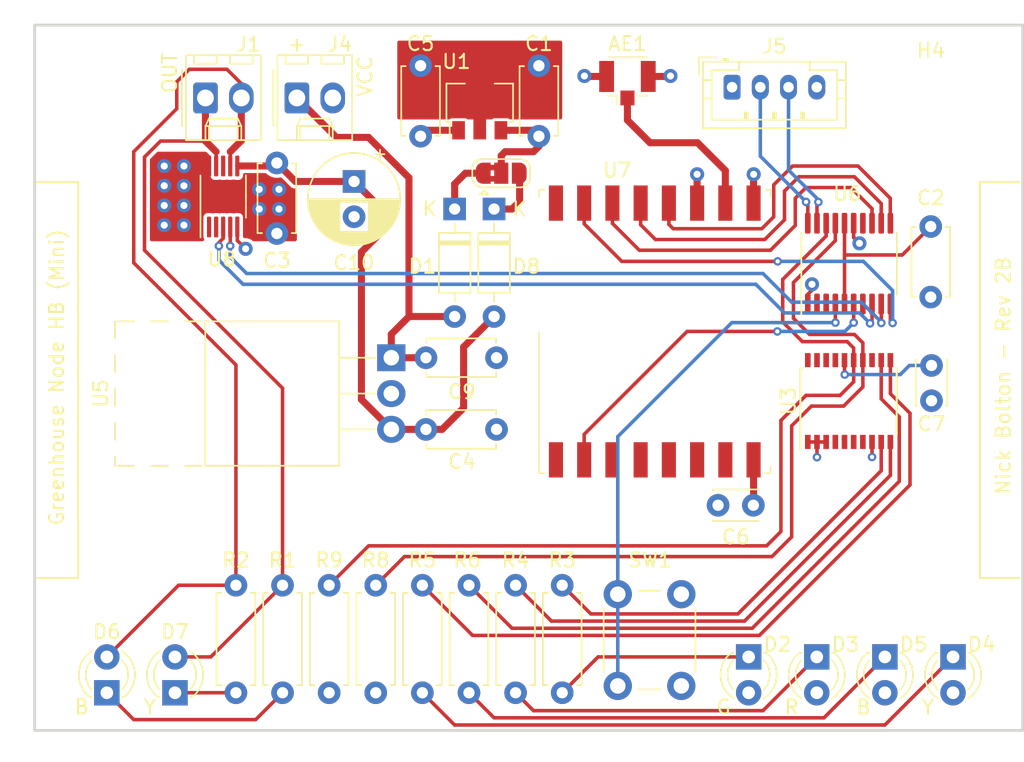
<source format=kicad_pcb>
(kicad_pcb (version 20221018) (generator pcbnew)
  (title_block (title "Greenhouse Node HB (Mini)") (date "2023-05-14") (rev "2B") (company "Nick Bolton"))
  (layers (0 "F.Cu" signal) (1 "In1.Cu" power) (2 "In2.Cu" power) (31 "B.Cu" signal) (34 "B.Paste" user) (35 "F.Paste" user) (36 "B.SilkS" user "B.Silkscreen") (37 "F.SilkS" user "F.Silkscreen") (38 "B.Mask" user) (39 "F.Mask" user) (44 "Edge.Cuts" user))
  (net 0 "")
  (net 1 "GND")
  (net 2 "Net-(AE1-A)")
  (net 3 "+3V3")
  (net 4 "+10V")
  (net 5 "/SWCLK")
  (net 6 "/SWDIO")
  (net 7 "/SCL")
  (net 8 "/LED_G")
  (net 9 "+12V")
  (net 10 "/LED_R")
  (net 11 "Net-(D2-K)")
  (net 12 "/LED_Y")
  (net 13 "Net-(D3-K)")
  (net 14 "/LED_B")
  (net 15 "Net-(D4-K)")
  (net 16 "Net-(D5-K)")
  (net 17 "/M_OUT1")
  (net 18 "/M_OUT2")
  (net 19 "Net-(D6-K)")
  (net 20 "Net-(D7-K)")
  (net 21 "/SDA")
  (net 22 "/M_IN1")
  (net 23 "/RST")
  (net 24 "/M_IN2")
  (net 27 "/RM_IRQ")
  (net 28 "/RM_CS")
  (net 29 "/SCK")
  (net 30 "unconnected-(U3-NC-Pad8)")
  (net 33 "/MISO")
  (net 34 "/MOSI")
  (net 49 "Net-(D1-K)")
  (net 50 "Net-(D8-K)")
  (net 51 "Net-(#FLG03-pwr)")
  (footprint "Connector_Molex:Molex_KK-254_AE-6410-02A_1x02_P2.54mm_Vertical" (layer "F.Cu") (at 78.105 42.164)
    (fp_text reference "J1" (at 3.048 -3.81) (layer "F.SilkS"))
    (fp_text value "Conn_01x02_Pin")
    (pad "1" thru_hole roundrect (at 0 0) (size 1.74 2.19) (drill 1.19) (layers "*.Cu" "*.Mask") (roundrect_rratio 0.143678) (net 18 "/M_OUT2"))
    (pad "2" thru_hole oval (at 2.54 0) (size 1.74 2.19) (drill 1.19) (layers "*.Cu" "*.Mask") (net 17 "/M_OUT1"))
  )
  (footprint "Capacitor_THT:C_Disc_D4.7mm_W2.5mm_P5.00mm" (layer "F.Cu") (at 129.484 51.2795 -90)
    (fp_text reference "C2" (at -2.032 0 -180) (layer "F.SilkS"))
    (fp_text value "100nF")
    (pad "1" thru_hole circle (at 0 0 270) (size 1.6 1.6) (drill 0.8) (layers "*.Cu" "*.Mask") (net 3 "+3V3"))
    (pad "2" thru_hole circle (at 5 0 270) (size 1.6 1.6) (drill 0.8) (layers "*.Cu" "*.Mask") (net 1 "GND"))
  )
  (footprint "Resistor_THT:R_Axial_DIN0207_L6.3mm_D2.5mm_P7.62mm_Horizontal" (layer "F.Cu") (at 86.868 84.328 90)
    (fp_text reference "R9" (at 9.398 0 180) (layer "F.SilkS"))
    (fp_text value "10k")
    (pad "1" thru_hole circle (at 0 0 90) (size 1.6 1.6) (drill 0.8) (layers "*.Cu" "*.Mask") (net 3 "+3V3"))
    (pad "2" thru_hole oval (at 7.62 0 90) (size 1.6 1.6) (drill 0.8) (layers "*.Cu" "*.Mask") (net 21 "/SDA"))
  )
  (footprint "Capacitor_THT:C_Disc_D4.7mm_W2.5mm_P5.00mm" (layer "F.Cu") (at 98.726 60.579 180)
    (fp_text reference "C4" (at 2.46 -7.366) (layer "F.SilkS"))
    (fp_text value "100nF")
    (pad "1" thru_hole circle (at 0 0 180) (size 1.6 1.6) (drill 0.8) (layers "*.Cu" "*.Mask") (net 1 "GND"))
    (pad "2" thru_hole circle (at 5 0 180) (size 1.6 1.6) (drill 0.8) (layers "*.Cu" "*.Mask") (net 9 "+12V"))
  )
  (footprint "Jumper:SolderJumper-3_P1.3mm_Bridged2Bar12_RoundedPad1.0x1.5mm" (layer "F.Cu") (at 99.06 47.498)
    (fp_text reference "J2" hide)
    (fp_text value "Conn_01x03" hide)
    (fp_poly (pts (xy -0.9 -0.6) (xy -0.4 -0.6) (xy -0.4 -0.2) (xy -0.9 -0.2)) (fill solid) (layer "F.Cu"))
    (fp_poly (pts (xy -0.9 0.2) (xy -0.4 0.2) (xy -0.4 0.6) (xy -0.9 0.6)) (fill solid) (layer "F.Cu"))
    (pad "1" smd custom (at -1.3 0) (size 1 0.5) (layers "F.Cu" "F.Mask") (net 49 "Net-(D1-K)") (options (clearance outline) (anchor rect)) (primitives (gr_circle (center 0 0.25) (end 0.5 0.25) (width 0) (fill yes)) (gr_circle (center 0 -0.25) (end 0.5 -0.25) (width 0) (fill yes)) (gr_poly (pts (xy 0.55 0.75) (xy 0 0.75) (xy 0 -0.75) (xy 0.55 -0.75)) (width 0) (fill yes))))
    (pad "2" smd rect (at 0 0) (size 1 1.5) (layers "F.Cu" "F.Mask") (net 51 "Net-(#FLG03-pwr)"))
    (pad "3" smd custom (at 1.3 0) (size 1 0.5) (layers "F.Cu" "F.Mask") (net 50 "Net-(D8-K)") (options (clearance outline) (anchor rect)) (primitives (gr_circle (center 0 0.25) (end 0.5 0.25) (width 0) (fill yes)) (gr_circle (center 0 -0.25) (end 0.5 -0.25) (width 0) (fill yes)) (gr_poly (pts (xy 0 0.75) (xy -0.55 0.75) (xy -0.55 -0.75) (xy 0 -0.75)) (width 0) (fill yes))))
  )
  (footprint "Capacitor_THT:C_Disc_D4.7mm_W2.5mm_P5.00mm" (layer "F.Cu") (at 83.164 46.7725 -90)
    (fp_text reference "C3" (at 6.8995 -0.008 -180) (layer "F.SilkS"))
    (fp_text value "220nF")
    (pad "1" thru_hole circle (at 0 0 270) (size 1.6 1.6) (drill 0.8) (layers "*.Cu" "*.Mask") (net 4 "+10V"))
    (pad "2" thru_hole circle (at 5 0 270) (size 1.6 1.6) (drill 0.8) (layers "*.Cu" "*.Mask") (net 1 "GND"))
  )
  (footprint "Diode_THT:D_DO-35_SOD27_P7.62mm_Horizontal" (layer "F.Cu") (at 95.758 50.038 -90)
    (fp_text reference "D1" (at 4.064 2.286 -180) (layer "F.SilkS"))
    (fp_text value "BAT46")
    (fp_text user "K" (at 0 1.778 -180) (layer "F.SilkS"))
    (pad "1" thru_hole rect (at 0 0 270) (size 1.6 1.6) (drill 0.8) (layers "*.Cu" "*.Mask") (net 49 "Net-(D1-K)"))
    (pad "2" thru_hole oval (at 7.62 0 270) (size 1.6 1.6) (drill 0.8) (layers "*.Cu" "*.Mask") (net 9 "+12V"))
  )
  (footprint "LED_THT:LED_D3.0mm" (layer "F.Cu") (at 75.946 84.328 90)
    (fp_text reference "D7" (at 4.323 0 180) (layer "F.SilkS"))
    (fp_text value "LED_Sm_Y")
    (fp_text user "Y" (at -1.011 -1.778 unlocked) (layer "F.SilkS"))
    (pad "1" thru_hole rect (at 0 0 90) (size 1.8 1.8) (drill 0.9) (layers "*.Cu" "*.Mask") (net 20 "Net-(D7-K)"))
    (pad "2" thru_hole circle (at 2.54 0 90) (size 1.8 1.8) (drill 0.9) (layers "*.Cu" "*.Mask") (net 18 "/M_OUT2"))
  )
  (footprint "Package_SO:MSOP-10-1EP_3x3mm_P0.5mm_EP1.73x1.98mm" (layer "F.Cu") (at 79.362 49.149 90)
    (fp_text reference "U8" (at -4.445 -0.114 180) (layer "F.SilkS"))
    (fp_text value "A4952ELYTR-T")
    (pad "1" smd roundrect (at -2.1625 -1 90) (size 1.475 0.3) (layers "F.Cu" "F.Paste" "F.Mask"))
    (pad "2" smd roundrect (at -2.1625 -0.5 90) (size 1.475 0.3) (layers "F.Cu" "F.Paste" "F.Mask"))
    (pad "3" smd roundrect (at -2.1625 0 90) (size 1.475 0.3) (layers "F.Cu" "F.Paste" "F.Mask") (net 24 "/M_IN2"))
    (pad "4" smd roundrect (at -2.1625 0.5 90) (size 1.475 0.3) (layers "F.Cu" "F.Paste" "F.Mask") (net 22 "/M_IN1"))
    (pad "5" smd roundrect (at -2.1625 1 90) (size 1.475 0.3) (layers "F.Cu" "F.Paste" "F.Mask") (net 3 "+3V3"))
    (pad "6" smd roundrect (at 2.1625 1 90) (size 1.475 0.3) (layers "F.Cu" "F.Paste" "F.Mask") (net 4 "+10V"))
    (pad "7" smd roundrect (at 2.1625 0.5 90) (size 1.475 0.3) (layers "F.Cu" "F.Paste" "F.Mask") (net 17 "/M_OUT1"))
    (pad "8" smd roundrect (at 2.1625 0 90) (size 1.475 0.3) (layers "F.Cu" "F.Paste" "F.Mask"))
    (pad "9" smd roundrect (at 2.1625 -0.5 90) (size 1.475 0.3) (layers "F.Cu" "F.Paste" "F.Mask") (net 18 "/M_OUT2"))
    (pad "10" smd roundrect (at 2.1625 -1 90) (size 1.475 0.3) (layers "F.Cu" "F.Paste" "F.Mask") (net 1 "GND"))
    (pad "11" smd rect (at 0 0 90) (size 1.73 1.98) (layers "F.Cu" "F.Mask") (net 1 "GND"))
  )
  (footprint "Package_SO:SSOP-20_4.4x6.5mm_P0.65mm" (layer "F.Cu") (at 123.702 63.648 90)
    (fp_text reference "U3" (at 0 -4.3 90) (layer "F.SilkS"))
    (fp_text value "PCF8574ATS/3,118")
    (pad "1" smd rect (at -2.9 -2.925 90) (size 1 0.4) (layers "F.Cu" "F.Paste" "F.Mask"))
    (pad "2" smd rect (at -2.9 -2.275 90) (size 1 0.4) (layers "F.Cu" "F.Paste" "F.Mask") (net 7 "/SCL"))
    (pad "3" smd rect (at -2.9 -1.625 90) (size 1 0.4) (layers "F.Cu" "F.Paste" "F.Mask"))
    (pad "4" smd rect (at -2.9 -0.975 90) (size 1 0.4) (layers "F.Cu" "F.Paste" "F.Mask") (net 21 "/SDA"))
    (pad "5" smd rect (at -2.9 -0.325 90) (size 1 0.4) (layers "F.Cu" "F.Paste" "F.Mask") (net 3 "+3V3"))
    (pad "6" smd rect (at -2.9 0.325 90) (size 1 0.4) (layers "F.Cu" "F.Paste" "F.Mask") (net 1 "GND"))
    (pad "7" smd rect (at -2.9 0.975 90) (size 1 0.4) (layers "F.Cu" "F.Paste" "F.Mask") (net 1 "GND"))
    (pad "8" smd rect (at -2.9 1.625 90) (size 1 0.4) (layers "F.Cu" "F.Paste" "F.Mask") (net 30 "unconnected-(U3-NC-Pad8)"))
    (pad "9" smd rect (at -2.9 2.275 90) (size 1 0.4) (layers "F.Cu" "F.Paste" "F.Mask") (net 1 "GND"))
    (pad "10" smd rect (at -2.9 2.925 90) (size 1 0.4) (layers "F.Cu" "F.Paste" "F.Mask"))
    (pad "11" smd rect (at 2.9 2.925 90) (size 1 0.4) (layers "F.Cu" "F.Paste" "F.Mask"))
    (pad "12" smd rect (at 2.9 2.275 90) (size 1 0.4) (layers "F.Cu" "F.Paste" "F.Mask"))
    (pad "13" smd rect (at 2.9 1.625 90) (size 1 0.4) (layers "F.Cu" "F.Paste" "F.Mask"))
    (pad "14" smd rect (at 2.9 0.975 90) (size 1 0.4) (layers "F.Cu" "F.Paste" "F.Mask"))
    (pad "15" smd rect (at 2.9 0.325 90) (size 1 0.4) (layers "F.Cu" "F.Paste" "F.Mask") (net 1 "GND"))
    (pad "16" smd rect (at 2.9 -0.325 90) (size 1 0.4) (layers "F.Cu" "F.Paste" "F.Mask") (net 8 "/LED_G"))
    (pad "17" smd rect (at 2.9 -0.975 90) (size 1 0.4) (layers "F.Cu" "F.Paste" "F.Mask") (net 10 "/LED_R"))
    (pad "18" smd rect (at 2.9 -1.625 90) (size 1 0.4) (layers "F.Cu" "F.Paste" "F.Mask"))
    (pad "19" smd rect (at 2.9 -2.275 90) (size 1 0.4) (layers "F.Cu" "F.Paste" "F.Mask") (net 12 "/LED_Y"))
    (pad "20" smd rect (at 2.9 -2.925 90) (size 1 0.4) (layers "F.Cu" "F.Paste" "F.Mask") (net 14 "/LED_B"))
  )
  (footprint "MountingHole:MountingHole_3.2mm_M3" (layer "F.Cu") (at 72 74)
    (fp_text reference "H3" hide)
    (fp_text value "MountingHole" hide)
    (pad "" np_thru_hole circle locked (at 0 0) (size 3.2 3.2) (drill 3.2) (layers "*.Cu" "*.Mask"))
  )
  (footprint "MountingHole:MountingHole_3.2mm_M3" (layer "F.Cu") (at 129.5 74)
    (fp_text reference "H1" hide)
    (fp_text value "MountingHole" hide)
    (pad "" np_thru_hole circle locked (at 0 0) (size 3.2 3.2) (drill 3.2) (layers "*.Cu" "*.Mask"))
  )
  (footprint "Resistor_THT:R_Axial_DIN0207_L6.3mm_D2.5mm_P7.62mm_Horizontal" (layer "F.Cu") (at 90.17 84.328 90)
    (fp_text reference "R8" (at 9.398 0 180) (layer "F.SilkS"))
    (fp_text value "10k")
    (pad "1" thru_hole circle (at 0 0 90) (size 1.6 1.6) (drill 0.8) (layers "*.Cu" "*.Mask") (net 3 "+3V3"))
    (pad "2" thru_hole oval (at 7.62 0 90) (size 1.6 1.6) (drill 0.8) (layers "*.Cu" "*.Mask") (net 7 "/SCL"))
  )
  (footprint "LED_THT:LED_D3.0mm" (layer "F.Cu") (at 131.064 81.788 -90)
    (fp_text reference "D4" (at -0.884 -2.032 180) (layer "F.SilkS"))
    (fp_text value "LED_Sm_Y")
    (fp_text user "Y" (at 3.561 1.778 unlocked) (layer "F.SilkS"))
    (pad "1" thru_hole rect (at 0 0 270) (size 1.8 1.8) (drill 0.9) (layers "*.Cu" "*.Mask") (net 15 "Net-(D4-K)"))
    (pad "2" thru_hole circle (at 2.54 0 270) (size 1.8 1.8) (drill 0.9) (layers "*.Cu" "*.Mask") (net 3 "+3V3"))
  )
  (footprint "LED_THT:LED_D3.0mm" (layer "F.Cu") (at 126.238 81.788 -90)
    (fp_text reference "D5" (at -0.884 -2.032 180) (layer "F.SilkS"))
    (fp_text value "LED_Sm_B")
    (fp_text user "B" (at 3.561 1.524 unlocked) (layer "F.SilkS"))
    (pad "1" thru_hole rect (at 0 0 270) (size 1.8 1.8) (drill 0.9) (layers "*.Cu" "*.Mask") (net 16 "Net-(D5-K)"))
    (pad "2" thru_hole circle (at 2.54 0 270) (size 1.8 1.8) (drill 0.9) (layers "*.Cu" "*.Mask") (net 3 "+3V3"))
  )
  (footprint "Capacitor_THT:C_Disc_D4.7mm_W2.5mm_P5.00mm" (layer "F.Cu") (at 93.726 65.659)
    (fp_text reference "C9" (at 2.54 -2.667) (layer "F.SilkS"))
    (fp_text value "100nF")
    (pad "1" thru_hole circle (at 0 0) (size 1.6 1.6) (drill 0.8) (layers "*.Cu" "*.Mask") (net 4 "+10V"))
    (pad "2" thru_hole circle (at 5 0) (size 1.6 1.6) (drill 0.8) (layers "*.Cu" "*.Mask") (net 1 "GND"))
  )
  (footprint "Capacitor_THT:C_Disc_D3.0mm_W2.0mm_P2.50mm" (layer "F.Cu") (at 116.92 71.037 180)
    (fp_text reference "C6" (at 1.25 -2.25 180) (layer "F.SilkS"))
    (fp_text value "10nF")
    (pad "1" thru_hole circle (at 0 0 180) (size 1.6 1.6) (drill 0.8) (layers "*.Cu" "*.Mask") (net 3 "+3V3"))
    (pad "2" thru_hole circle (at 2.5 0 180) (size 1.6 1.6) (drill 0.8) (layers "*.Cu" "*.Mask") (net 1 "GND"))
  )
  (footprint "Package_TO_SOT_SMD:SOT-89-3" (layer "F.Cu") (at 97.536 42.505 90)
    (fp_text reference "U1" (at 2.921 -1.651 180) (layer "F.SilkS"))
    (fp_text value "XC6706x")
    (pad "1" smd rect (at -1.95 -1.5 90) (size 1.3 0.9) (layers "F.Cu" "F.Paste" "F.Mask") (net 3 "+3V3"))
    (pad "2" smd custom (at -1.8625 0 90) (size 1.475 0.9) (layers "F.Cu" "F.Paste" "F.Mask") (net 1 "GND") (options (clearance outline) (anchor rect)) (primitives (gr_poly (pts (xy 3.8625 0.8665) (xy 0.7375 0.8665) (xy 0.7375 -0.8665) (xy 3.8625 -0.8665)) (width 0) (fill yes))))
    (pad "3" smd rect (at -1.95 1.5 90) (size 1.3 0.9) (layers "F.Cu" "F.Paste" "F.Mask") (net 51 "Net-(#FLG03-pwr)"))
  )
  (footprint "MountingHole:MountingHole_3.2mm_M3" (layer "F.Cu") (at 129.5 43)
    (fp_text reference "H4" (at 0 -4.2) (layer "F.SilkS"))
    (fp_text value "MountingHole" hide)
    (pad "" np_thru_hole circle locked (at 0 0) (size 3.2 3.2) (drill 3.2) (layers "*.Cu" "*.Mask"))
  )
  (footprint "Capacitor_THT:C_Disc_D4.7mm_W2.5mm_P5.00mm" (layer "F.Cu") (at 93.345 44.878 90)
    (fp_text reference "C5" (at 6.564 0) (layer "F.SilkS"))
    (fp_text value "100nF")
    (pad "1" thru_hole circle (at 0 0 90) (size 1.6 1.6) (drill 0.8) (layers "*.Cu" "*.Mask") (net 3 "+3V3"))
    (pad "2" thru_hole circle (at 5 0 90) (size 1.6 1.6) (drill 0.8) (layers "*.Cu" "*.Mask") (net 1 "GND"))
  )
  (footprint "Package_TO_SOT_THT:TO-220-3_Horizontal_TabUp" (layer "F.Cu") (at 91.272 60.579 -90)
    (fp_text reference "U5" (at 2.54 20.58 90) (layer "F.SilkS"))
    (fp_text value "L7810")
    (pad "" np_thru_hole oval (at 2.54 16.66 270) (size 3.5 3.5) (drill 3.5) (layers "*.Cu" "*.Mask"))
    (pad "1" thru_hole rect (at 0 0 270) (size 1.905 2) (drill 1.1) (layers "*.Cu" "*.Mask") (net 9 "+12V"))
    (pad "2" thru_hole oval (at 2.54 0 270) (size 1.905 2) (drill 1.1) (layers "*.Cu" "*.Mask") (net 1 "GND"))
    (pad "3" thru_hole oval (at 5.08 0 270) (size 1.905 2) (drill 1.1) (layers "*.Cu" "*.Mask") (net 4 "+10V"))
  )
  (footprint "Connector_Molex:Molex_KK-254_AE-6410-02A_1x02_P2.54mm_Vertical" (layer "F.Cu") (at 84.582 42.164)
    (fp_text reference "J4" (at 3.048 -3.81) (layer "F.SilkS"))
    (fp_text value "Conn_01x02_Pin")
    (pad "1" thru_hole roundrect (at 0 0) (size 1.74 2.19) (drill 1.19) (layers "*.Cu" "*.Mask") (roundrect_rratio 0.143678) (net 9 "+12V"))
    (pad "2" thru_hole oval (at 2.54 0) (size 1.74 2.19) (drill 1.19) (layers "*.Cu" "*.Mask") (net 1 "GND"))
  )
  (footprint "Capacitor_THT:CP_Radial_D6.3mm_P2.50mm" (layer "F.Cu") (at 88.633 48.084 -90)
    (fp_text reference "C10" (at 5.7605 0.008 -180) (layer "F.SilkS"))
    (fp_text value "100uF")
    (pad "1" thru_hole rect (at 0 0 270) (size 1.6 1.6) (drill 0.8) (layers "*.Cu" "*.Mask") (net 4 "+10V"))
    (pad "2" thru_hole circle (at 2.5 0 270) (size 1.6 1.6) (drill 0.8) (layers "*.Cu" "*.Mask") (net 1 "GND"))
  )
  (footprint "Capacitor_THT:C_Disc_D4.7mm_W2.5mm_P5.00mm" (layer "F.Cu") (at 101.727 39.878 -90)
    (fp_text reference "C1" (at -1.564 0 -180) (layer "F.SilkS"))
    (fp_text value "100nF")
    (pad "1" thru_hole circle (at 0 0 270) (size 1.6 1.6) (drill 0.8) (layers "*.Cu" "*.Mask") (net 1 "GND"))
    (pad "2" thru_hole circle (at 5 0 270) (size 1.6 1.6) (drill 0.8) (layers "*.Cu" "*.Mask") (net 51 "Net-(#FLG03-pwr)"))
  )
  (footprint "Resistor_THT:R_Axial_DIN0207_L6.3mm_D2.5mm_P7.62mm_Horizontal" (layer "F.Cu") (at 103.378 76.708 -90)
    (fp_text reference "R3" (at -1.778 0) (layer "F.SilkS"))
    (fp_text value "5k")
    (pad "1" thru_hole circle (at 0 0 270) (size 1.6 1.6) (drill 0.8) (layers "*.Cu" "*.Mask") (net 8 "/LED_G"))
    (pad "2" thru_hole oval (at 7.62 0 270) (size 1.6 1.6) (drill 0.8) (layers "*.Cu" "*.Mask") (net 11 "Net-(D2-K)"))
  )
  (footprint "Resistor_THT:R_Axial_DIN0207_L6.3mm_D2.5mm_P7.62mm_Horizontal" (layer "F.Cu") (at 96.774 76.708 -90)
    (fp_text reference "R6" (at -1.778 0.127) (layer "F.SilkS"))
    (fp_text value "5k")
    (pad "1" thru_hole circle (at 0 0 270) (size 1.6 1.6) (drill 0.8) (layers "*.Cu" "*.Mask") (net 14 "/LED_B"))
    (pad "2" thru_hole oval (at 7.62 0 270) (size 1.6 1.6) (drill 0.8) (layers "*.Cu" "*.Mask") (net 16 "Net-(D5-K)"))
  )
  (footprint "MountingHole:MountingHole_3.2mm_M3" (layer "F.Cu") (at 72 43)
    (fp_text reference "H2" hide)
    (fp_text value "MountingHole" hide)
    (pad "" np_thru_hole circle locked (at 0 0) (size 3.2 3.2) (drill 3.2) (layers "*.Cu" "*.Mask"))
  )
  (footprint "LED_THT:LED_D3.0mm" (layer "F.Cu") (at 116.586 81.788 -90)
    (fp_text reference "D2" (at -0.889 -2.032 180) (layer "F.SilkS"))
    (fp_text value "LED_Sm_G")
    (fp_text user "G" (at 3.556 1.778 unlocked) (layer "F.SilkS"))
    (pad "1" thru_hole rect (at 0 0 270) (size 1.8 1.8) (drill 0.9) (layers "*.Cu" "*.Mask") (net 11 "Net-(D2-K)"))
    (pad "2" thru_hole circle (at 2.54 0 270) (size 1.8 1.8) (drill 0.9) (layers "*.Cu" "*.Mask") (net 3 "+3V3"))
  )
  (footprint "Package_SO:TSSOP-20_4.4x6.5mm_P0.65mm" (layer "F.Cu") (at 123.702 53.9065 90)
    (fp_text reference "U6" (at 4.953 -0.127 180) (layer "F.SilkS"))
    (fp_text value "STM32F030F4P6")
    (pad "1" smd roundrect (at -2.8625 -2.925 90) (size 1.475 0.4) (layers "F.Cu" "F.Paste" "F.Mask") (net 1 "GND"))
    (pad "2" smd roundrect (at -2.8625 -2.275 90) (size 1.475 0.4) (layers "F.Cu" "F.Paste" "F.Mask"))
    (pad "3" smd roundrect (at -2.8625 -1.625 90) (size 1.475 0.4) (layers "F.Cu" "F.Paste" "F.Mask"))
    (pad "4" smd roundrect (at -2.8625 -0.975 90) (size 1.475 0.4) (layers "F.Cu" "F.Paste" "F.Mask") (net 23 "/RST"))
    (pad "5" smd roundrect (at -2.8625 -0.325 90) (size 1.475 0.4) (layers "F.Cu" "F.Paste" "F.Mask") (net 3 "+3V3"))
    (pad "6" smd roundrect (at -2.8625 0.325 90) (size 1.475 0.4) (layers "F.Cu" "F.Paste" "F.Mask") (net 27 "/RM_IRQ"))
    (pad "7" smd roundrect (at -2.8625 0.975 90) (size 1.475 0.4) (layers "F.Cu" "F.Paste" "F.Mask"))
    (pad "8" smd roundrect (at -2.8625 1.625 90) (size 1.475 0.4) (layers "F.Cu" "F.Paste" "F.Mask") (net 24 "/M_IN2"))
    (pad "9" smd roundrect (at -2.8625 2.275 90) (size 1.475 0.4) (layers "F.Cu" "F.Paste" "F.Mask") (net 22 "/M_IN1"))
    (pad "10" smd roundrect (at -2.8625 2.925 90) (size 1.475 0.4) (layers "F.Cu" "F.Paste" "F.Mask") (net 28 "/RM_CS"))
    (pad "11" smd roundrect (at 2.8625 2.925 90) (size 1.475 0.4) (layers "F.Cu" "F.Paste" "F.Mask") (net 29 "/SCK"))
    (pad "12" smd roundrect (at 2.8625 2.275 90) (size 1.475 0.4) (layers "F.Cu" "F.Paste" "F.Mask") (net 33 "/MISO"))
    (pad "13" smd roundrect (at 2.8625 1.625 90) (size 1.475 0.4) (layers "F.Cu" "F.Paste" "F.Mask") (net 34 "/MOSI"))
    (pad "14" smd roundrect (at 2.8625 0.975 90) (size 1.475 0.4) (layers "F.Cu" "F.Paste" "F.Mask"))
    (pad "15" smd roundrect (at 2.8625 0.325 90) (size 1.475 0.4) (layers "F.Cu" "F.Paste" "F.Mask") (net 1 "GND"))
    (pad "16" smd roundrect (at 2.8625 -0.325 90) (size 1.475 0.4) (layers "F.Cu" "F.Paste" "F.Mask") (net 3 "+3V3"))
    (pad "17" smd roundrect (at 2.8625 -0.975 90) (size 1.475 0.4) (layers "F.Cu" "F.Paste" "F.Mask") (net 7 "/SCL"))
    (pad "18" smd roundrect (at 2.8625 -1.625 90) (size 1.475 0.4) (layers "F.Cu" "F.Paste" "F.Mask") (net 21 "/SDA"))
    (pad "19" smd roundrect (at 2.8625 -2.275 90) (size 1.475 0.4) (layers "F.Cu" "F.Paste" "F.Mask") (net 6 "/SWDIO"))
    (pad "20" smd roundrect (at 2.8625 -2.925 90) (size 1.475 0.4) (layers "F.Cu" "F.Paste" "F.Mask") (net 5 "/SWCLK"))
  )
  (footprint "Resistor_THT:R_Axial_DIN0207_L6.3mm_D2.5mm_P7.62mm_Horizontal" (layer "F.Cu") (at 100.076 76.708 -90)
    (fp_text reference "R4" (at -1.778 0) (layer "F.SilkS"))
    (fp_text value "1k")
    (pad "1" thru_hole circle (at 0 0 270) (size 1.6 1.6) (drill 0.8) (layers "*.Cu" "*.Mask") (net 10 "/LED_R"))
    (pad "2" thru_hole oval (at 7.62 0 270) (size 1.6 1.6) (drill 0.8) (layers "*.Cu" "*.Mask") (net 13 "Net-(D3-K)"))
  )
  (footprint "LED_THT:LED_D3.0mm" (layer "F.Cu") (at 71.12 84.328 90)
    (fp_text reference "D6" (at 4.323 0 180) (layer "F.SilkS"))
    (fp_text value "LED_Sm_B")
    (fp_text user "B" (at -1.011 -1.778 unlocked) (layer "F.SilkS"))
    (pad "1" thru_hole rect (at 0 0 90) (size 1.8 1.8) (drill 0.9) (layers "*.Cu" "*.Mask") (net 19 "Net-(D6-K)"))
    (pad "2" thru_hole circle (at 2.54 0 90) (size 1.8 1.8) (drill 0.9) (layers "*.Cu" "*.Mask") (net 17 "/M_OUT1"))
  )
  (footprint "Resistor_THT:R_Axial_DIN0207_L6.3mm_D2.5mm_P7.62mm_Horizontal" (layer "F.Cu") (at 83.566 76.708 -90)
    (fp_text reference "R1" (at -1.778 0 -180) (layer "F.SilkS"))
    (fp_text value "5k")
    (pad "1" thru_hole circle (at 0 0 270) (size 1.6 1.6) (drill 0.8) (layers "*.Cu" "*.Mask") (net 18 "/M_OUT2"))
    (pad "2" thru_hole oval (at 7.62 0 270) (size 1.6 1.6) (drill 0.8) (layers "*.Cu" "*.Mask") (net 19 "Net-(D6-K)"))
  )
  (footprint "Button_Switch_THT:SW_PUSH_6mm" (layer "F.Cu") (at 107.315 83.843 90)
    (fp_text reference "SW1" (at 8.913 2.286 180) (layer "F.SilkS"))
    (fp_text value "SW_Push")
    (pad "1" thru_hole circle (at 0 0 180) (size 2 2) (drill 1.1) (layers "*.Cu" "*.Mask") (net 23 "/RST"))
    (pad "1" thru_hole circle (at 6.5 0 180) (size 2 2) (drill 1.1) (layers "*.Cu" "*.Mask") (net 23 "/RST"))
    (pad "2" thru_hole circle (at 0 4.5 180) (size 2 2) (drill 1.1) (layers "*.Cu" "*.Mask") (net 1 "GND"))
    (pad "2" thru_hole circle (at 6.5 4.5 180) (size 2 2) (drill 1.1) (layers "*.Cu" "*.Mask") (net 1 "GND"))
  )
  (footprint "Resistor_THT:R_Axial_DIN0207_L6.3mm_D2.5mm_P7.62mm_Horizontal" (layer "F.Cu") (at 93.472 76.708 -90)
    (fp_text reference "R5" (at -1.778 0) (layer "F.SilkS"))
    (fp_text value "1k")
    (pad "1" thru_hole circle (at 0 0 270) (size 1.6 1.6) (drill 0.8) (layers "*.Cu" "*.Mask") (net 12 "/LED_Y"))
    (pad "2" thru_hole oval (at 7.62 0 270) (size 1.6 1.6) (drill 0.8) (layers "*.Cu" "*.Mask") (net 15 "Net-(D4-K)"))
  )
  (footprint "Connector_Coaxial:U.FL_Hirose_U.FL-R-SMT-1_Vertical" (layer "F.Cu") (at 107.999 41.115 90)
    (fp_text reference "AE1" (at 2.794 0 180) (layer "F.SilkS"))
    (fp_text value "U.FL-R-SMT-1")
    (pad "1" smd rect (at -1.05 0 90) (size 1.05 1) (layers "F.Cu" "F.Paste" "F.Mask") (net 2 "Net-(AE1-A)"))
    (pad "2" smd rect (at 0.475 -1.475 90) (size 2.2 1.05) (layers "F.Cu" "F.Paste" "F.Mask") (net 1 "GND"))
    (pad "2" smd rect (at 0.475 1.475 90) (size 2.2 1.05) (layers "F.Cu" "F.Paste" "F.Mask") (net 1 "GND"))
  )
  (footprint "Connector_JST:JST_PH_B4B-PH-K_1x04_P2.00mm_Vertical" (layer "F.Cu") (at 115.412 41.402)
    (fp_text reference "J5" (at 3 -2.9) (layer "F.SilkS"))
    (fp_text value "Conn_01x04_Pin")
    (pad "1" thru_hole roundrect (at 0 0) (size 1.2 1.75) (drill 0.75) (layers "*.Cu" "*.Mask") (roundrect_rratio 0.208333) (net 3 "+3V3"))
    (pad "2" thru_hole oval (at 2 0) (size 1.2 1.75) (drill 0.75) (layers "*.Cu" "*.Mask") (net 5 "/SWCLK"))
    (pad "3" thru_hole oval (at 4 0) (size 1.2 1.75) (drill 0.75) (layers "*.Cu" "*.Mask") (net 6 "/SWDIO"))
    (pad "4" thru_hole oval (at 6 0) (size 1.2 1.75) (drill 0.75) (layers "*.Cu" "*.Mask") (net 1 "GND"))
  )
  (footprint "Nick:HopeRF_RFM69HW" (layer "F.Cu") (at 109.935 58.718 90)
    (fp_text reference "U7" (at 11.43 -2.667 180) (layer "F.SilkS"))
    (fp_text value "RFM69HW")
    (pad "1" smd rect (at -9.1 -7 90) (size 2.5 1) (layers "F.Cu" "F.Paste" "F.Mask"))
    (pad "2" smd rect (at -9.1 -5 90) (size 2.5 1) (layers "F.Cu" "F.Paste" "F.Mask") (net 27 "/RM_IRQ"))
    (pad "3" smd rect (at -9.1 -3 90) (size 2.5 1) (layers "F.Cu" "F.Paste" "F.Mask"))
    (pad "4" smd rect (at -9.1 -1 90) (size 2.5 1) (layers "F.Cu" "F.Paste" "F.Mask"))
    (pad "5" smd rect (at -9.1 1 90) (size 2.5 1) (layers "F.Cu" "F.Paste" "F.Mask"))
    (pad "6" smd rect (at -9.1 3 90) (size 2.5 1) (layers "F.Cu" "F.Paste" "F.Mask"))
    (pad "7" smd rect (at -9.1 5 90) (size 2.5 1) (layers "F.Cu" "F.Paste" "F.Mask"))
    (pad "8" smd rect (at -9.1 7 90) (size 2.5 1) (layers "F.Cu" "F.Paste" "F.Mask") (net 3 "+3V3"))
    (pad "9" smd rect (at 9.1 7 90) (size 2.5 1) (layers "F.Cu" "F.Paste" "F.Mask") (net 1 "GND"))
    (pad "10" smd rect (at 9.1 5 90) (size 2.5 1) (layers "F.Cu" "F.Paste" "F.Mask") (net 2 "Net-(AE1-A)"))
    (pad "11" smd rect (at 9.1 3 90) (size 2.5 1) (layers "F.Cu" "F.Paste" "F.Mask") (net 1 "GND"))
    (pad "12" smd rect (at 9.1 1 90) (size 2.5 1) (layers "F.Cu" "F.Paste" "F.Mask") (net 29 "/SCK"))
    (pad "13" smd rect (at 9.1 -1 90) (size 2.5 1) (layers "F.Cu" "F.Paste" "F.Mask") (net 33 "/MISO"))
    (pad "14" smd rect (at 9.1 -3 90) (size 2.5 1) (layers "F.Cu" "F.Paste" "F.Mask") (net 34 "/MOSI"))
    (pad "15" smd rect (at 9.1 -5 90) (size 2.5 1) (layers "F.Cu" "F.Paste" "F.Mask") (net 28 "/RM_CS"))
    (pad "16" smd rect (at 9.1 -7 90) (size 2.5 1) (layers "F.Cu" "F.Paste" "F.Mask"))
  )
  (footprint "Diode_THT:D_DO-35_SOD27_P7.62mm_Horizontal" (layer "F.Cu") (at 98.552 50.038 -90)
    (fp_text reference "D8" (at 4.064 -2.286 -180) (layer "F.SilkS"))
    (fp_text value "BAT46")
    (fp_text user "K" (at 0 -1.8 -180) (layer "F.SilkS"))
    (pad "1" thru_hole rect (at 0 0 270) (size 1.6 1.6) (drill 0.8) (layers "*.Cu" "*.Mask") (net 50 "Net-(D8-K)"))
    (pad "2" thru_hole oval (at 7.62 0 270) (size 1.6 1.6) (drill 0.8) (layers "*.Cu" "*.Mask") (net 4 "+10V"))
  )
  (footprint "Capacitor_THT:C_Disc_D3.0mm_W2.0mm_P2.50mm" (layer "F.Cu") (at 129.54 61.127 -90)
    (fp_text reference "C7" (at 4.151 0) (layer "F.SilkS"))
    (fp_text value "10nF")
    (pad "1" thru_hole circle (at 0 0 270) (size 1.6 1.6) (drill 0.8) (layers "*.Cu" "*.Mask") (net 3 "+3V3"))
    (pad "2" thru_hole circle (at 2.5 0 270) (size 1.6 1.6) (drill 0.8) (layers "*.Cu" "*.Mask") (net 1 "GND"))
  )
  (footprint "Resistor_THT:R_Axial_DIN0207_L6.3mm_D2.5mm_P7.62mm_Horizontal" (layer "F.Cu") (at 80.264 76.708 -90)
    (fp_text reference "R2" (at -1.778 0 -180) (layer "F.SilkS"))
    (fp_text value "1k")
    (pad "1" thru_hole circle (at 0 0 270) (size 1.6 1.6) (drill 0.8) (layers "*.Cu" "*.Mask") (net 17 "/M_OUT1"))
    (pad "2" thru_hole oval (at 7.62 0 270) (size 1.6 1.6) (drill 0.8) (layers "*.Cu" "*.Mask") (net 20 "Net-(D7-K)"))
  )
  (footprint "LED_THT:LED_D3.0mm" (layer "F.Cu") (at 121.412 81.788 -90)
    (fp_text reference "D3" (at -0.884 -2.032 180) (layer "F.SilkS"))
    (fp_text value "LED_Sm_R")
    (fp_text user "R" (at 3.561 1.778 unlocked) (layer "F.SilkS"))
    (pad "1" thru_hole rect (at 0 0 270) (size 1.8 1.8) (drill 0.9) (layers "*.Cu" "*.Mask") (net 13 "Net-(D3-K)"))
    (pad "2" thru_hole circle (at 2.54 0 270) (size 1.8 1.8) (drill 0.9) (layers "*.Cu" "*.Mask") (net 3 "+3V3"))
  )
  (gr_line locked (start 132.969 76.2) (end 135.763 76.2) (stroke (width 0.15)) (layer "F.SilkS"))
  (gr_line locked (start 69.088 76.2) (end 69.088 48.133) (stroke (width 0.15)) (layer "F.SilkS"))
  (gr_line locked (start 132.969 48.133) (end 132.969 76.2) (stroke (width 0.15)) (layer "F.SilkS"))
  (gr_line locked (start 69.088 48.133) (end 66.167 48.133) (stroke (width 0.15)) (layer "F.SilkS"))
  (gr_line locked (start 135.763 48.133) (end 132.969 48.133) (stroke (width 0.15)) (layer "F.SilkS"))
  (gr_line locked (start 66.167 76.2) (end 69.088 76.2) (stroke (width 0.15)) (layer "F.SilkS"))
  (gr_rect locked (start 66 37) (end 136 87) (stroke (width 0.2)) (fill none) (layer "Edge.Cuts"))
  (gr_text "OUT" (at 75.565 40.386 90) (layer "F.SilkS") (effects (font (size 1 1))))
  (gr_text "Nick Bolton - Rev 2B" (at 134.62 61.849 90) (layer "F.SilkS") (effects (font (size 1 1))))
  (gr_text "VCC" (at 89.408 40.64 90) (layer "F.SilkS") (effects (font (size 1 1))))
  (gr_text "+" (at 84.582 38.354) (layer "F.SilkS") (effects (font (size 1 1))))
  (gr_text "Greenhouse Node HB (Mini)" (at 67.564 61.976 90) (layer "F.SilkS") (effects (font (size 1 1))))
  (segment (start 120.777 56.080459) (end 120.777 56.769) (width 0.25) (layer "F.Cu") (net 1))
  (segment (start 120.777 66.548) (end 121.427 66.548) (width 0.25) (layer "F.Cu") (net 1))
  (segment (start 104.984 40.64) (end 104.951 40.607) (width 0.5) (layer "F.Cu") (net 1))
  (segment (start 121.073501 55.783958) (end 120.777 56.080459) (width 0.25) (layer "F.Cu") (net 1))
  (segment (start 116.935 49.618) (end 116.935 47.6316) (width 0.5) (layer "F.Cu") (net 1))
  (segment (start 121.073501 55.373253) (end 121.073501 55.783958) (width 0.25) (layer "F.Cu") (net 1))
  (segment (start 124.027 52.061299) (end 124.027 51.044) (width 0.25) (layer "F.Cu") (net 1))
  (segment (start 112.935 47.625) (end 112.935 49.618) (width 0.5) (layer "F.Cu") (net 1))
  (segment (start 116.935 47.6316) (end 116.9416 47.625) (width 0.5) (layer "F.Cu") (net 1))
  (segment (start 109.474 40.64) (end 111.014 40.64) (width 0.5) (layer "F.Cu") (net 1))
  (segment (start 121.427 67.6298) (end 121.427 66.548) (width 0.25) (layer "F.Cu") (net 1))
  (segment (start 124.433766 52.468065) (end 124.027 52.061299) (width 0.25) (layer "F.Cu") (net 1))
  (segment (start 106.524 40.64) (end 104.984 40.64) (width 0.5) (layer "F.Cu") (net 1))
  (segment (start 111.014 40.64) (end 111.047 40.607) (width 0.5) (layer "F.Cu") (net 1))
  (segment (start 122.077 66.548) (end 121.427 66.548) (width 0.25) (layer "F.Cu") (net 1))
  (via (at 81.915 50.038) (size 1) (drill 0.5) (layers "F.Cu" "B.Cu") (net 1))
  (via (at 81.915 48.641) (size 1) (drill 0.5) (layers "F.Cu" "B.Cu") (net 1))
  (via (at 75.184 49.784) (size 1) (drill 0.5) (layers "F.Cu" "B.Cu") (net 1))
  (via (at 124.433766 52.468065) (size 1) (drill 0.5) (layers "F.Cu" "B.Cu") (net 1))
  (via (at 76.581 46.99) (size 1) (drill 0.5) (layers "F.Cu" "B.Cu") (net 1))
  (via (at 76.581 49.784) (size 1) (drill 0.5) (layers "F.Cu" "B.Cu") (net 1))
  (via (at 121.073501 55.373253) (size 1) (drill 0.5) (layers "F.Cu" "B.Cu") (net 1))
  (via (at 83.312 48.641) (size 1) (drill 0.5) (layers "F.Cu" "B.Cu") (net 1))
  (via (at 116.9416 47.5742) (size 1) (drill 0.5) (layers "F.Cu" "B.Cu") (net 1))
  (via (at 76.581 48.387) (size 1) (drill 0.5) (layers "F.Cu" "B.Cu") (net 1))
  (via (at 75.184 46.99) (size 1) (drill 0.5) (layers "F.Cu" "B.Cu") (net 1))
  (via (at 75.184 51.181) (size 1) (drill 0.5) (layers "F.Cu" "B.Cu") (net 1))
  (via (at 75.184 48.387) (size 1) (drill 0.5) (layers "F.Cu" "B.Cu") (net 1))
  (via (at 104.951 40.607) (size 1) (drill 0.5) (layers "F.Cu" "B.Cu") (net 1))
  (via (at 83.312 50.038) (size 1) (drill 0.5) (layers "F.Cu" "B.Cu") (net 1))
  (via (at 76.581 51.181) (size 1) (drill 0.5) (layers "F.Cu" "B.Cu") (net 1))
  (via (at 112.935 47.5742) (size 1) (drill 0.5) (layers "F.Cu" "B.Cu") (net 1))
  (via (at 111.047 40.607) (size 1) (drill 0.5) (layers "F.Cu" "B.Cu") (net 1))
  (via (at 121.427 67.6298) (size 0.6) (drill 0.3) (layers "F.Cu" "B.Cu") (net 1))
  (segment (start 114.935 47.3075) (end 114.935 49.618) (width 0.5) (layer "F.Cu") (net 2))
  (segment (start 112.9665 45.339) (end 114.935 47.3075) (width 0.5) (layer "F.Cu") (net 2))
  (segment (start 107.999 43.737) (end 109.601 45.339) (width 0.5) (layer "F.Cu") (net 2))
  (segment (start 109.601 45.339) (end 112.9665 45.339) (width 0.5) (layer "F.Cu") (net 2))
  (segment (start 107.999 42.165) (end 107.999 43.737) (width 0.5) (layer "F.Cu") (net 2))
  (segment (start 127.470435 53.293065) (end 129.484 51.2795) (width 0.25) (layer "F.Cu") (net 3))
  (segment (start 123.377 60.748) (end 123.377 61.7566) (width 0.25) (layer "F.Cu") (net 3))
  (segment (start 123.377 53.293065) (end 127.470435 53.293065) (width 0.25) (layer "F.Cu") (net 3))
  (segment (start 80.362 52.2696) (end 80.362 51.3115) (width 0.25) (layer "F.Cu") (net 3))
  (segment (start 80.9498 52.8574) (end 80.362 52.2696) (width 0.25) (layer "F.Cu") (net 3))
  (segment (start 96.036 44.455) (end 93.768 44.455) (width 0.5) (layer "F.Cu") (net 3))
  (segment (start 93.768 44.455) (end 93.345 44.878) (width 0.5) (layer "F.Cu") (net 3))
  (segment (start 123.377 61.7566) (end 123.3932 61.7728) (width 0.25) (layer "F.Cu") (net 3))
  (segment (start 123.377 51.044) (end 123.377 56.769) (width 0.25) (layer "F.Cu") (net 3))
  (segment (start 116.935 67.818) (end 116.935 71.022) (width 0.5) (layer "F.Cu") (net 3))
  (via (at 80.9498 52.8574) (size 1) (drill 0.5) (layers "F.Cu" "B.Cu") (net 3))
  (via (at 123.3932 61.7728) (size 0.6) (drill 0.3) (layers "F.Cu" "B.Cu") (net 3))
  (segment (start 127.3302 61.7728) (end 127.976 61.127) (width 0.25) (layer "B.Cu") (net 3))
  (segment (start 123.3932 61.7728) (end 127.3302 61.7728) (width 0.25) (layer "B.Cu") (net 3))
  (segment (start 127.976 61.127) (end 129.54 61.127) (width 0.25) (layer "B.Cu") (net 3))
  (segment (start 90.424 51.816) (end 90.424 49.875) (width 0.5) (layer "F.Cu") (net 4))
  (segment (start 82.95 46.9865) (end 80.462 46.9865) (width 0.5) (layer "F.Cu") (net 4))
  (segment (start 91.272 65.659) (end 89.154 63.541) (width 0.5) (layer "F.Cu") (net 4))
  (segment (start 89.154 63.541) (end 89.154 53.086) (width 0.5) (layer "F.Cu") (net 4))
  (segment (start 90.424 49.875) (end 88.633 48.084) (width 0.5) (layer "F.Cu") (net 4))
  (segment (start 96.393 59.817) (end 96.393 64.135) (width 0.5) (layer "F.Cu") (net 4))
  (segment (start 96.393 64.135) (end 94.869 65.659) (width 0.5) (layer "F.Cu") (net 4))
  (segment (start 89.154 53.086) (end 90.424 51.816) (width 0.5) (layer "F.Cu") (net 4))
  (segment (start 94.869 65.659) (end 93.726 65.659) (width 0.5) (layer "F.Cu") (net 4))
  (segment (start 98.552 57.658) (end 96.393 59.817) (width 0.5) (layer "F.Cu") (net 4))
  (segment (start 84.4755 48.084) (end 83.164 46.7725) (width 0.5) (layer "F.Cu") (net 4))
  (segment (start 88.633 48.084) (end 84.4755 48.084) (width 0.5) (layer "F.Cu") (net 4))
  (segment (start 91.272 65.659) (end 93.726 65.659) (width 0.5) (layer "F.Cu") (net 4))
  (segment (start 120.654299 49.534299) (end 120.777 49.657) (width 0.25) (layer "F.Cu") (net 5))
  (segment (start 120.777 49.657) (end 120.777 51.044) (width 0.25) (layer "F.Cu") (net 5))
  (via (at 120.654299 49.534299) (size 0.6) (drill 0.3) (layers "F.Cu" "B.Cu") (net 5))
  (segment (start 117.412 46.292) (end 117.412 41.402) (width 0.25) (layer "B.Cu") (net 5))
  (segment (start 120.654299 49.534299) (end 117.412 46.292) (width 0.25) (layer "B.Cu") (net 5))
  (segment (start 121.5263 49.5427) (end 121.427 49.642) (width 0.25) (layer "F.Cu") (net 6))
  (segment (start 121.427 49.642) (end 121.427 51.044) (width 0.25) (layer "F.Cu") (net 6))
  (via (at 121.5263 49.5427) (size 0.6) (drill 0.3) (layers "F.Cu" "B.Cu") (net 6))
  (segment (start 120.954604 48.809299) (end 120.945299 48.809299) (width 0.25) (layer "B.Cu") (net 6))
  (segment (start 120.945299 48.809299) (end 119.412 47.276) (width 0.25) (layer "B.Cu") (net 6))
  (segment (start 119.412 47.276) (end 119.412 41.402) (width 0.25) (layer "B.Cu") (net 6))
  (segment (start 121.5263 49.5427) (end 121.5263 49.380995) (width 0.25) (layer "B.Cu") (net 6))
  (segment (start 121.5263 49.380995) (end 120.954604 48.809299) (width 0.25) (layer "B.Cu") (net 6))
  (segment (start 118.237 74.676) (end 119.634 73.279) (width 0.25) (layer "F.Cu") (net 7))
  (segment (start 124.079 58.928) (end 120.904 58.928) (width 0.25) (layer "F.Cu") (net 7))
  (segment (start 121.031 64.008) (end 123.317 64.008) (width 0.25) (layer "F.Cu") (net 7))
  (segment (start 123.317 64.008) (end 124.677 62.648) (width 0.25) (layer "F.Cu") (net 7))
  (segment (start 119.634 65.405) (end 121.031 64.008) (width 0.25) (layer "F.Cu") (net 7))
  (segment (start 119.761 57.785) (end 119.761 55.245) (width 0.25) (layer "F.Cu") (net 7))
  (segment (start 119.634 73.279) (end 119.634 65.405) (width 0.25) (layer "F.Cu") (net 7))
  (segment (start 90.17 76.708) (end 92.202 74.676) (width 0.25) (layer "F.Cu") (net 7))
  (segment (start 122.727 52.279) (end 122.727 51.044) (width 0.25) (layer "F.Cu") (net 7))
  (segment (start 124.677 60.748) (end 124.677 59.526) (width 0.25) (layer "F.Cu") (net 7))
  (segment (start 124.677 62.648) (end 124.677 60.748) (width 0.25) (layer "F.Cu") (net 7))
  (segment (start 119.761 55.245) (end 122.727 52.279) (width 0.25) (layer "F.Cu") (net 7))
  (segment (start 92.202 74.676) (end 118.237 74.676) (width 0.25) (layer "F.Cu") (net 7))
  (segment (start 120.904 58.928) (end 119.761 57.785) (width 0.25) (layer "F.Cu") (net 7))
  (segment (start 124.677 59.526) (end 124.079 58.928) (width 0.25) (layer "F.Cu") (net 7))
  (segment (start 115.824 78.74) (end 105.41 78.74) (width 0.25) (layer "F.Cu") (net 8))
  (segment (start 125.977 68.587) (end 115.824 78.74) (width 0.25) (layer "F.Cu") (net 8))
  (segment (start 105.41 78.74) (end 103.378 76.708) (width 0.25) (layer "F.Cu") (net 8))
  (segment (start 125.977 66.548) (end 125.977 68.587) (width 0.25) (layer "F.Cu") (net 8))
  (segment (start 92.523 57.658) (end 92.523 47.819) (width 0.5) (layer "F.Cu") (net 9))
  (segment (start 91.272 58.909) (end 92.523 57.658) (width 0.5) (layer "F.Cu") (net 9))
  (segment (start 87.376 44.958) (end 84.582 42.164) (width 0.5) (layer "F.Cu") (net 9))
  (segment (start 91.272 60.579) (end 91.272 58.909) (width 0.5) (layer "F.Cu") (net 9))
  (segment (start 93.726 60.579) (end 91.272 60.579) (width 0.5) (layer "F.Cu") (net 9))
  (segment (start 95.758 57.658) (end 92.523 57.658) (width 0.5) (layer "F.Cu") (net 9))
  (segment (start 89.662 44.958) (end 87.376 44.958) (width 0.5) (layer "F.Cu") (net 9))
  (segment (start 92.523 47.819) (end 89.662 44.958) (width 0.5) (layer "F.Cu") (net 9))
  (segment (start 126.627 68.916) (end 116.295 79.248) (width 0.25) (layer "F.Cu") (net 10))
  (segment (start 102.616 79.248) (end 100.076 76.708) (width 0.25) (layer "F.Cu") (net 10))
  (segment (start 126.627 66.548) (end 126.627 68.916) (width 0.25) (layer "F.Cu") (net 10))
  (segment (start 116.295 79.248) (end 102.616 79.248) (width 0.25) (layer "F.Cu") (net 10))
  (segment (start 103.378 84.328) (end 105.918 81.788) (width 0.25) (layer "F.Cu") (net 11))
  (segment (start 105.918 81.788) (end 116.586 81.788) (width 0.25) (layer "F.Cu") (net 11))
  (segment (start 128.016 69.596) (end 117.348 80.264) (width 0.25) (layer "F.Cu") (net 12))
  (segment (start 97.028 80.264) (end 93.472 76.708) (width 0.25) (layer "F.Cu") (net 12))
  (segment (start 126.627 60.748) (end 126.627 63.127) (width 0.25) (layer "F.Cu") (net 12))
  (segment (start 128.016 64.516) (end 128.016 69.596) (width 0.25) (layer "F.Cu") (net 12))
  (segment (start 126.627 63.127) (end 128.016 64.516) (width 0.25) (layer "F.Cu") (net 12))
  (segment (start 117.348 80.264) (end 97.028 80.264) (width 0.25) (layer "F.Cu") (net 12))
  (segment (start 101.346 85.598) (end 117.602 85.598) (width 0.25) (layer "F.Cu") (net 13))
  (segment (start 100.076 84.328) (end 101.346 85.598) (width 0.25) (layer "F.Cu") (net 13))
  (segment (start 117.602 85.598) (end 121.412 81.788) (width 0.25) (layer "F.Cu") (net 13))
  (segment (start 96.774 76.708) (end 99.822 79.756) (width 0.25) (layer "F.Cu") (net 14))
  (segment (start 127.254 64.77) (end 125.977 63.493) (width 0.25) (layer "F.Cu") (net 14))
  (segment (start 99.822 79.756) (end 116.84 79.756) (width 0.25) (layer "F.Cu") (net 14))
  (segment (start 125.977 63.493) (end 125.977 60.748) (width 0.25) (layer "F.Cu") (net 14))
  (segment (start 116.84 79.756) (end 127.254 69.342) (width 0.25) (layer "F.Cu") (net 14))
  (segment (start 127.254 69.342) (end 127.254 64.77) (width 0.25) (layer "F.Cu") (net 14))
  (segment (start 95.758 86.614) (end 126.238 86.614) (width 0.25) (layer "F.Cu") (net 15))
  (segment (start 93.472 84.328) (end 95.758 86.614) (width 0.25) (layer "F.Cu") (net 15))
  (segment (start 126.238 86.614) (end 131.064 81.788) (width 0.25) (layer "F.Cu") (net 15))
  (segment (start 121.92 86.106) (end 126.238 81.788) (width 0.25) (layer "F.Cu") (net 16))
  (segment (start 96.774 84.328) (end 98.552 86.106) (width 0.25) (layer "F.Cu") (net 16))
  (segment (start 98.552 86.106) (end 121.92 86.106) (width 0.25) (layer "F.Cu") (net 16))
  (segment (start 80.645 41.148) (end 80.645 42.164) (width 0.25) (layer "F.Cu") (net 17))
  (segment (start 71.12 81.788) (end 76.2 76.708) (width 0.25) (layer "F.Cu") (net 17))
  (segment (start 80.264 61.087) (end 73.025 53.848) (width 0.25) (layer "F.Cu") (net 17))
  (segment (start 76.962 40.132) (end 79.629 40.132) (width 0.25) (layer "F.Cu") (net 17))
  (segment (start 73.025 45.974) (end 76.073 42.926) (width 0.25) (layer "F.Cu") (net 17))
  (segment (start 76.2 76.708) (end 80.264 76.708) (width 0.25) (layer "F.Cu") (net 17))
  (segment (start 79.862 46.9865) (end 79.862 45.974) (width 0.25) (layer "F.Cu") (net 17))
  (segment (start 80.264 76.708) (end 80.264 61.087) (width 0.25) (layer "F.Cu") (net 17))
  (segment (start 73.025 53.848) (end 73.025 45.974) (width 0.25) (layer "F.Cu") (net 17))
  (segment (start 76.073 41.021) (end 76.962 40.132) (width 0.25) (layer "F.Cu") (net 17))
  (segment (start 79.629 40.132) (end 80.645 41.148) (width 0.25) (layer "F.Cu") (net 17))
  (segment (start 76.073 42.926) (end 76.073 41.021) (width 0.25) (layer "F.Cu") (net 17))
  (segment (start 80.645 45.191) (end 80.645 42.164) (width 0.5) (layer "F.Cu") (net 17))
  (segment (start 79.862 45.974) (end 80.645 45.191) (width 0.5) (layer "F.Cu") (net 17))
  (segment (start 78.486 81.788) (end 83.566 76.708) (width 0.25) (layer "F.Cu") (net 18))
  (segment (start 78.862 46.9865) (end 78.862 45.974) (width 0.25) (layer "F.Cu") (net 18))
  (segment (start 78.105 45.217) (end 78.105 42.164) (width 0.5) (layer "F.Cu") (net 18))
  (segment (start 73.787 52.959) (end 73.787 46.355) (width 0.25) (layer "F.Cu") (net 18))
  (segment (start 75.946 81.788) (end 78.486 81.788) (width 0.25) (layer "F.Cu") (net 18))
  (segment (start 83.566 62.738) (end 73.787 52.959) (width 0.25) (layer "F.Cu") (net 18))
  (segment (start 83.566 76.708) (end 83.566 62.738) (width 0.25) (layer "F.Cu") (net 18))
  (segment (start 73.787 46.355) (end 74.925 45.217) (width 0.25) (layer "F.Cu") (net 18))
  (segment (start 78.862 45.974) (end 78.105 45.217) (width 0.5) (layer "F.Cu") (net 18))
  (segment (start 74.925 45.217) (end 78.105 45.217) (width 0.25) (layer "F.Cu") (net 18))
  (segment (start 73.025 86.233) (end 71.12 84.328) (width 0.25) (layer "F.Cu") (net 19))
  (segment (start 83.566 84.328) (end 81.661 86.233) (width 0.25) (layer "F.Cu") (net 19))
  (segment (start 81.661 86.233) (end 73.025 86.233) (width 0.25) (layer "F.Cu") (net 19))
  (segment (start 80.264 84.328) (end 75.946 84.328) (width 0.25) (layer "F.Cu") (net 20))
  (segment (start 120.394604 59.436) (end 118.999 58.040396) (width 0.25) (layer "F.Cu") (net 21))
  (segment (start 118.872 65.024) (end 120.65 63.246) (width 0.25) (layer "F.Cu") (net 21))
  (segment (start 118.872 72.898) (end 118.872 65.024) (width 0.25) (layer "F.Cu") (net 21))
  (segment (start 118.999 58.040396) (end 118.999 55.027771) (width 0.25) (layer "F.Cu") (net 21))
  (segment (start 118.999 55.027771) (end 122.077 51.949771) (width 0.25) (layer "F.Cu") (net 21))
  (segment (start 124.027 60.748) (end 124.027 59.892) (width 0.25) (layer "F.Cu") (net 21))
  (segment (start 89.662 73.914) (end 117.856 73.914) (width 0.25) (layer "F.Cu") (net 21))
  (segment (start 120.65 63.246) (end 123.063 63.246) (width 0.25) (layer "F.Cu") (net 21))
  (segment (start 124.027 62.282) (end 124.027 60.748) (width 0.25) (layer "F.Cu") (net 21))
  (segment (start 123.063 63.246) (end 124.027 62.282) (width 0.25) (layer "F.Cu") (net 21))
  (segment (start 117.856 73.914) (end 118.872 72.898) (width 0.25) (layer "F.Cu") (net 21))
  (segment (start 123.571 59.436) (end 120.394604 59.436) (width 0.25) (layer "F.Cu") (net 21))
  (segment (start 124.027 59.892) (end 123.571 59.436) (width 0.25) (layer "F.Cu") (net 21))
  (segment (start 86.868 76.708) (end 89.662 73.914) (width 0.25) (layer "F.Cu") (net 21))
  (segment (start 122.077 51.949771) (end 122.077 51.044) (width 0.25) (layer "F.Cu") (net 21))
  (segment (start 79.862 51.3115) (end 79.862 52.6498) (width 0.25) (layer "F.Cu") (net 22))
  (segment (start 79.862 52.6498) (end 79.8576 52.6542) (width 0.25) (layer "F.Cu") (net 22))
  (segment (start 125.984 58.1152) (end 125.984 56.776) (width 0.25) (layer "F.Cu") (net 22))
  (via (at 125.984 58.1152) (size 0.6) (drill 0.3) (layers "F.Cu" "B.Cu") (net 22))
  (via (at 79.8576 52.6542) (size 0.6) (drill 0.3) (layers "F.Cu" "B.Cu") (net 22))
  (segment (start 125.984 58.057009) (end 125.984 58.1152) (width 0.25) (layer "B.Cu") (net 22))
  (segment (start 81.026 54.61) (end 117.602 54.61) (width 0.25) (layer "B.Cu") (net 22))
  (segment (start 79.8576 52.6542) (end 79.8576 53.4416) (width 0.25) (layer "B.Cu") (net 22))
  (segment (start 119.634 56.642) (end 124.568991 56.642) (width 0.25) (layer "B.Cu") (net 22))
  (segment (start 124.568991 56.642) (end 125.984 58.057009) (width 0.25) (layer "B.Cu") (net 22))
  (segment (start 117.602 54.61) (end 119.634 56.642) (width 0.25) (layer "B.Cu") (net 22))
  (segment (start 79.8576 53.4416) (end 81.026 54.61) (width 0.25) (layer "B.Cu") (net 22))
  (segment (start 122.727 58.084) (end 122.7328 58.0898) (width 0.25) (layer "F.Cu") (net 23))
  (segment (start 122.727 56.769) (end 122.727 58.084) (width 0.25) (layer "F.Cu") (net 23))
  (via (at 122.7328 58.0898) (size 0.6) (drill 0.3) (layers "F.Cu" "B.Cu") (net 23))
  (segment (start 107.315 77.343) (end 107.315 83.843) (width 0.25) (layer "B.Cu") (net 23))
  (segment (start 122.7328 58.0898) (end 115.3922 58.0898) (width 0.25) (layer "B.Cu") (net 23))
  (segment (start 107.315 66.167) (end 107.315 77.343) (width 0.25) (layer "B.Cu") (net 23))
  (segment (start 115.3922 58.0898) (end 107.315 66.167) (width 0.25) (layer "B.Cu") (net 23))
  (segment (start 125.327 56.769) (end 125.327 57.999777) (width 0.25) (layer "F.Cu") (net 24))
  (segment (start 79.058097 52.6542) (end 79.058097 52.418588) (width 0.25) (layer "F.Cu") (net 24))
  (segment (start 79.362 52.114685) (end 79.362 51.3115) (width 0.25) (layer "F.Cu") (net 24))
  (segment (start 79.058097 52.418588) (end 79.362 52.114685) (width 0.25) (layer "F.Cu") (net 24))
  (segment (start 125.327 57.999777) (end 125.184942 58.141835) (width 0.25) (layer "F.Cu") (net 24))
  (via (at 125.184942 58.141835) (size 0.6) (drill 0.3) (layers "F.Cu" "B.Cu") (net 24))
  (via (at 79.058097 52.6542) (size 0.6) (drill 0.3) (layers "F.Cu" "B.Cu") (net 24))
  (segment (start 79.058097 53.658097) (end 79.058097 52.6542) (width 0.25) (layer "B.Cu") (net 24))
  (segment (start 119.126 57.404) (end 117.094 55.372) (width 0.25) (layer "B.Cu") (net 24))
  (segment (start 80.772 55.372) (end 79.058097 53.658097) (width 0.25) (layer "B.Cu") (net 24))
  (segment (start 117.094 55.372) (end 80.772 55.372) (width 0.25) (layer "B.Cu") (net 24))
  (segment (start 124.447107 57.404) (end 119.126 57.404) (width 0.25) (layer "B.Cu") (net 24))
  (segment (start 125.184942 58.141835) (end 124.447107 57.404) (width 0.25) (layer "B.Cu") (net 24))
  (segment (start 104.935 66.007) (end 104.935 67.818) (width 0.25) (layer "F.Cu") (net 27))
  (segment (start 124.027 58.091) (end 124.027 56.769) (width 0.25) (layer "F.Cu") (net 27))
  (segment (start 112.2277 58.7143) (end 104.935 66.007) (width 0.25) (layer "F.Cu") (net 27))
  (segment (start 118.618 58.7143) (end 112.2277 58.7143) (width 0.25) (layer "F.Cu") (net 27))
  (via (at 124.027 58.091) (size 0.6) (drill 0.3) (layers "F.Cu" "B.Cu") (net 27))
  (via (at 118.618 58.7143) (size 0.6) (drill 0.3) (layers "F.Cu" "B.Cu") (net 27))
  (segment (start 118.618 58.7143) (end 123.4037 58.7143) (width 0.25) (layer "B.Cu") (net 27))
  (segment (start 123.4037 58.7143) (end 124.027 58.091) (width 0.25) (layer "B.Cu") (net 27))
  (segment (start 107.5944 53.7464) (end 104.935 51.087) (width 0.25) (layer "F.Cu") (net 28))
  (segment (start 126.627 57.958697) (end 126.627 56.769) (width 0.25) (layer "F.Cu") (net 28))
  (segment (start 126.783503 58.1152) (end 126.627 57.958697) (width 0.25) (layer "F.Cu") (net 28))
  (segment (start 104.935 51.087) (end 104.935 49.618) (width 0.25) (layer "F.Cu") (net 28))
  (segment (start 118.6434 53.7464) (end 107.5944 53.7464) (width 0.25) (layer "F.Cu") (net 28))
  (via (at 126.783503 58.1152) (size 0.6) (drill 0.3) (layers "F.Cu" "B.Cu") (net 28))
  (via (at 118.6434 53.7464) (size 0.6) (drill 0.3) (layers "F.Cu" "B.Cu") (net 28))
  (segment (start 126.783503 58.1152) (end 126.783503 55.815903) (width 0.25) (layer "B.Cu") (net 28))
  (segment (start 124.714 53.7464) (end 118.6434 53.7464) (width 0.25) (layer "B.Cu") (net 28))
  (segment (start 126.783503 55.815903) (end 124.714 53.7464) (width 0.25) (layer "B.Cu") (net 28))
  (segment (start 126.619 49.276) (end 126.619 51.036) (width 0.25) (layer "F.Cu") (net 29))
  (segment (start 110.935 49.618) (end 110.935 51.124) (width 0.25) (layer "F.Cu") (net 29))
  (segment (start 117.518 51.435) (end 118.364 50.589) (width 0.25) (layer "F.Cu") (net 29))
  (segment (start 110.935 51.124) (end 111.246 51.435) (width 0.25) (layer "F.Cu") (net 29))
  (segment (start 124.333 46.99) (end 126.619 49.276) (width 0.25) (layer "F.Cu") (net 29))
  (segment (start 119.6975 46.99) (end 124.333 46.99) (width 0.25) (layer "F.Cu") (net 29))
  (segment (start 118.364 48.3235) (end 119.6975 46.99) (width 0.25) (layer "F.Cu") (net 29))
  (segment (start 111.246 51.435) (end 117.518 51.435) (width 0.25) (layer "F.Cu") (net 29))
  (segment (start 118.364 50.589) (end 118.364 48.3235) (width 0.25) (layer "F.Cu") (net 29))
  (segment (start 125.327 67.6182) (end 125.327 66.548) (width 0.25) (layer "F.Cu") (net 30))
  (via (at 125.327 67.6182) (size 0.6) (drill 0.3) (layers "F.Cu" "B.Cu") (net 30))
  (segment (start 124.079 47.752) (end 120.142 47.752) (width 0.25) (layer "F.Cu") (net 33))
  (segment (start 119.126 50.8) (end 117.729 52.197) (width 0.25) (layer "F.Cu") (net 33))
  (segment (start 117.729 52.197) (end 109.982 52.197) (width 0.25) (layer "F.Cu") (net 33))
  (segment (start 125.977 51.044) (end 125.977 49.65) (width 0.25) (layer "F.Cu") (net 33))
  (segment (start 120.142 47.752) (end 119.126 48.768) (width 0.25) (layer "F.Cu") (net 33))
  (segment (start 125.977 49.65) (end 124.079 47.752) (width 0.25) (layer "F.Cu") (net 33))
  (segment (start 109.982 52.197) (end 108.935 51.15) (width 0.25) (layer "F.Cu") (net 33))
  (segment (start 119.126 48.768) (end 119.126 50.8) (width 0.25) (layer "F.Cu") (net 33))
  (segment (start 108.935 51.15) (end 108.935 49.618) (width 0.25) (layer "F.Cu") (net 33))
  (segment (start 119.888 49.276) (end 120.65 48.514) (width 0.25) (layer "F.Cu") (net 34))
  (segment (start 120.65 48.514) (end 123.825 48.514) (width 0.25) (layer "F.Cu") (net 34))
  (segment (start 118.132896 52.959) (end 119.888 51.203896) (width 0.25) (layer "F.Cu") (net 34))
  (segment (start 106.935 51.055) (end 108.839 52.959) (width 0.25) (layer "F.Cu") (net 34))
  (segment (start 123.825 48.514) (end 125.327 50.016) (width 0.25) (layer "F.Cu") (net 34))
  (segment (start 119.888 51.203896) (end 119.888 49.276) (width 0.25) (layer "F.Cu") (net 34))
  (segment (start 125.327 50.016) (end 125.327 51.044) (width 0.25) (layer "F.Cu") (net 34))
  (segment (start 106.935 49.618) (end 106.935 51.055) (width 0.25) (layer "F.Cu") (net 34))
  (segment (start 108.839 52.959) (end 118.132896 52.959) (width 0.25) (layer "F.Cu") (net 34))
  (segment (start 95.758 48.26) (end 95.758 50.038) (width 0.5) (layer "F.Cu") (net 49))
  (segment (start 97.76 47.498) (end 96.52 47.498) (width 0.5) (layer "F.Cu") (net 49))
  (segment (start 96.52 47.498) (end 95.758 48.26) (width 0.5) (layer "F.Cu") (net 49))
  (segment (start 100.36 49.5) (end 100.36 47.498) (width 0.5) (layer "F.Cu") (net 50))
  (segment (start 99.822 50.038) (end 100.36 49.5) (width 0.5) (layer "F.Cu") (net 50))
  (segment (start 98.552 50.038) (end 99.822 50.038) (width 0.5) (layer "F.Cu") (net 50))
  (segment (start 101.727 45.593) (end 101.727 44.878) (width 0.5) (layer "F.Cu") (net 51))
  (segment (start 101.346 45.974) (end 101.727 45.593) (width 0.5) (layer "F.Cu") (net 51))
  (segment (start 99.334 45.974) (end 101.346 45.974) (width 0.5) (layer "F.Cu") (net 51))
  (segment (start 99.036 44.455) (end 101.304 44.455) (width 0.5) (layer "F.Cu") (net 51))
  (segment (start 101.304 44.455) (end 101.727 44.878) (width 0.5) (layer "F.Cu") (net 51))
  (segment (start 99.06 47.498) (end 99.06 46.248) (width 0.5) (layer "F.Cu") (net 51))
  (segment (start 99.06 46.248) (end 99.334 45.974) (width 0.5) (layer "F.Cu") (net 51))
  (zone (net 1) (net_name "GND") (layer "F.Cu") (priority 1) (connect_pads yes (clearance 0.25)) (min_thickness 0.25) (fill yes (thermal_gap 0.5) (thermal_bridge_width 1.5))
    (polygon (pts (xy 84.582 45.974) (xy 74.168 45.974) (xy 74.168 52.324) (xy 84.582 52.324)))
  )
  (zone (net 1) (net_name "GND") (layer "F.Cu") (name "Decouple fill") (priority 2) (connect_pads yes (clearance 0)) (min_thickness 0.25) (fill yes (thermal_gap 0.5) (thermal_bridge_width 1.5))
    (polygon (pts (xy 91.694 38.1) (xy 103.378 38.1) (xy 103.378 43.688) (xy 91.694 43.688)))
  )
)
</source>
